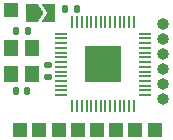
<source format=gbr>
%TF.GenerationSoftware,KiCad,Pcbnew,7.0.2-6a45011f42~172~ubuntu22.04.1*%
%TF.CreationDate,2023-05-25T09:16:40+08:00*%
%TF.ProjectId,fly2040_ds,666c7932-3034-4305-9f64-732e6b696361,rev?*%
%TF.SameCoordinates,PX45b1cc0PY2f4fd10*%
%TF.FileFunction,Soldermask,Top*%
%TF.FilePolarity,Negative*%
%FSLAX46Y46*%
G04 Gerber Fmt 4.6, Leading zero omitted, Abs format (unit mm)*
G04 Created by KiCad (PCBNEW 7.0.2-6a45011f42~172~ubuntu22.04.1) date 2023-05-25 09:16:40*
%MOMM*%
%LPD*%
G01*
G04 APERTURE LIST*
G04 Aperture macros list*
%AMRoundRect*
0 Rectangle with rounded corners*
0 $1 Rounding radius*
0 $2 $3 $4 $5 $6 $7 $8 $9 X,Y pos of 4 corners*
0 Add a 4 corners polygon primitive as box body*
4,1,4,$2,$3,$4,$5,$6,$7,$8,$9,$2,$3,0*
0 Add four circle primitives for the rounded corners*
1,1,$1+$1,$2,$3*
1,1,$1+$1,$4,$5*
1,1,$1+$1,$6,$7*
1,1,$1+$1,$8,$9*
0 Add four rect primitives between the rounded corners*
20,1,$1+$1,$2,$3,$4,$5,0*
20,1,$1+$1,$4,$5,$6,$7,0*
20,1,$1+$1,$6,$7,$8,$9,0*
20,1,$1+$1,$8,$9,$2,$3,0*%
%AMFreePoly0*
4,1,6,1.000000,0.000000,0.500000,-0.750000,-0.500000,-0.750000,-0.500000,0.750000,0.500000,0.750000,1.000000,0.000000,1.000000,0.000000,$1*%
%AMFreePoly1*
4,1,6,0.500000,-0.750000,-0.650000,-0.750000,-0.150000,0.000000,-0.650000,0.750000,0.500000,0.750000,0.500000,-0.750000,0.500000,-0.750000,$1*%
G04 Aperture macros list end*
%ADD10RoundRect,0.135000X-0.135000X-0.185000X0.135000X-0.185000X0.135000X0.185000X-0.135000X0.185000X0*%
%ADD11RoundRect,0.135000X0.185000X-0.135000X0.185000X0.135000X-0.185000X0.135000X-0.185000X-0.135000X0*%
%ADD12RoundRect,0.140000X-0.140000X-0.170000X0.140000X-0.170000X0.140000X0.170000X-0.140000X0.170000X0*%
%ADD13R,1.200000X1.200000*%
%ADD14R,0.200000X1.100000*%
%ADD15R,1.100000X0.200000*%
%ADD16R,3.100000X3.100000*%
%ADD17O,1.000000X1.000000*%
%ADD18R,1.200000X1.400000*%
%ADD19FreePoly0,0.000000*%
%ADD20FreePoly1,0.000000*%
G04 APERTURE END LIST*
D10*
%TO.C,R12*%
X5940000Y-970000D03*
X6960000Y-970000D03*
%TD*%
D11*
%TO.C,R1*%
X4500000Y-6800000D03*
X4500000Y-5780000D03*
%TD*%
D12*
%TO.C,C3*%
X1850000Y-2850000D03*
X2810000Y-2850000D03*
%TD*%
%TO.C,C1*%
X1830000Y-7920000D03*
X2790000Y-7920000D03*
%TD*%
D13*
%TO.C,J7*%
X2177500Y-11220000D03*
%TD*%
D14*
%TO.C,U1*%
X11805000Y-2155000D03*
X11405000Y-2155000D03*
X11005000Y-2155000D03*
X10605000Y-2155000D03*
X10205000Y-2155000D03*
X9805000Y-2155000D03*
X9405000Y-2155000D03*
X9005000Y-2155000D03*
X8605000Y-2155000D03*
X8205000Y-2155000D03*
X7805000Y-2155000D03*
X7405000Y-2155000D03*
X7005000Y-2155000D03*
X6605000Y-2155000D03*
D15*
X5655000Y-3105000D03*
X5655000Y-3505000D03*
X5655000Y-3905000D03*
X5655000Y-4305000D03*
X5655000Y-4705000D03*
X5655000Y-5105000D03*
X5655000Y-5505000D03*
X5655000Y-5905000D03*
X5655000Y-6305000D03*
X5655000Y-6705000D03*
X5655000Y-7105000D03*
X5655000Y-7505000D03*
X5655000Y-7905000D03*
X5655000Y-8305000D03*
D14*
X6605000Y-9255000D03*
X7005000Y-9255000D03*
X7405000Y-9255000D03*
X7805000Y-9255000D03*
X8205000Y-9255000D03*
X8605000Y-9255000D03*
X9005000Y-9255000D03*
X9405000Y-9255000D03*
X9805000Y-9255000D03*
X10205000Y-9255000D03*
X10605000Y-9255000D03*
X11005000Y-9255000D03*
X11405000Y-9255000D03*
X11805000Y-9255000D03*
D15*
X12755000Y-8305000D03*
X12755000Y-7905000D03*
X12755000Y-7505000D03*
X12755000Y-7105000D03*
X12755000Y-6705000D03*
X12755000Y-6305000D03*
X12755000Y-5905000D03*
X12755000Y-5505000D03*
X12755000Y-5105000D03*
X12755000Y-4705000D03*
X12755000Y-4305000D03*
X12755000Y-3905000D03*
X12755000Y-3505000D03*
X12755000Y-3105000D03*
D16*
X9205000Y-5705000D03*
%TD*%
D17*
%TO.C,J8*%
X14255753Y-8601880D03*
X14255753Y-7331880D03*
X14255753Y-6061880D03*
X14255753Y-4791880D03*
X14255753Y-3521880D03*
X14255753Y-2251880D03*
%TD*%
D13*
%TO.C,J1*%
X1430000Y-1110000D03*
%TD*%
%TO.C,J4*%
X10315000Y-11220000D03*
%TD*%
%TO.C,J2*%
X7060000Y-11220000D03*
%TD*%
%TO.C,J6*%
X3810000Y-11220000D03*
%TD*%
%TO.C,J5*%
X11942500Y-11220000D03*
%TD*%
%TO.C,J9*%
X5432500Y-11220000D03*
%TD*%
%TO.C,J3*%
X8687500Y-11220000D03*
%TD*%
%TO.C,J10*%
X13570000Y-11220000D03*
%TD*%
D18*
%TO.C,X1*%
X3172000Y-6483000D03*
X3172000Y-4283000D03*
X1422000Y-4283000D03*
X1422000Y-6483000D03*
%TD*%
D19*
%TO.C,JP1*%
X3155000Y-1360000D03*
D20*
X4605000Y-1360000D03*
%TD*%
M02*

</source>
